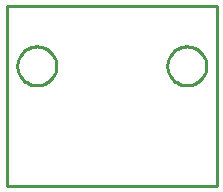
<source format=gbr>
G04 EAGLE Gerber RS-274X export*
G75*
%MOMM*%
%FSLAX34Y34*%
%LPD*%
%IN*%
%IPPOS*%
%AMOC8*
5,1,8,0,0,1.08239X$1,22.5*%
G01*
%ADD10C,0.254000*%


D10*
X0Y0D02*
X177800Y0D01*
X177800Y152400D01*
X0Y152400D01*
X0Y0D01*
X41910Y101060D02*
X41839Y99981D01*
X41698Y98909D01*
X41487Y97849D01*
X41208Y96805D01*
X40860Y95781D01*
X40446Y94783D01*
X39968Y93813D01*
X39428Y92877D01*
X38827Y91978D01*
X38169Y91121D01*
X37457Y90308D01*
X36692Y89544D01*
X35879Y88831D01*
X35022Y88173D01*
X34123Y87572D01*
X33187Y87032D01*
X32217Y86554D01*
X31219Y86140D01*
X30195Y85792D01*
X29151Y85513D01*
X28091Y85302D01*
X27019Y85161D01*
X25940Y85090D01*
X24860Y85090D01*
X23781Y85161D01*
X22709Y85302D01*
X21649Y85513D01*
X20605Y85792D01*
X19581Y86140D01*
X18583Y86554D01*
X17613Y87032D01*
X16677Y87572D01*
X15778Y88173D01*
X14921Y88831D01*
X14108Y89544D01*
X13344Y90308D01*
X12631Y91121D01*
X11973Y91978D01*
X11372Y92877D01*
X10832Y93813D01*
X10354Y94783D01*
X9940Y95781D01*
X9592Y96805D01*
X9313Y97849D01*
X9102Y98909D01*
X8961Y99981D01*
X8890Y101060D01*
X8890Y102140D01*
X8961Y103219D01*
X9102Y104291D01*
X9313Y105351D01*
X9592Y106395D01*
X9940Y107419D01*
X10354Y108417D01*
X10832Y109387D01*
X11372Y110323D01*
X11973Y111222D01*
X12631Y112079D01*
X13344Y112892D01*
X14108Y113657D01*
X14921Y114369D01*
X15778Y115027D01*
X16677Y115628D01*
X17613Y116168D01*
X18583Y116646D01*
X19581Y117060D01*
X20605Y117408D01*
X21649Y117687D01*
X22709Y117898D01*
X23781Y118039D01*
X24860Y118110D01*
X25940Y118110D01*
X27019Y118039D01*
X28091Y117898D01*
X29151Y117687D01*
X30195Y117408D01*
X31219Y117060D01*
X32217Y116646D01*
X33187Y116168D01*
X34123Y115628D01*
X35022Y115027D01*
X35879Y114369D01*
X36692Y113657D01*
X37457Y112892D01*
X38169Y112079D01*
X38827Y111222D01*
X39428Y110323D01*
X39968Y109387D01*
X40446Y108417D01*
X40860Y107419D01*
X41208Y106395D01*
X41487Y105351D01*
X41698Y104291D01*
X41839Y103219D01*
X41910Y102140D01*
X41910Y101060D01*
X168910Y101060D02*
X168839Y99981D01*
X168698Y98909D01*
X168487Y97849D01*
X168208Y96805D01*
X167860Y95781D01*
X167446Y94783D01*
X166968Y93813D01*
X166428Y92877D01*
X165827Y91978D01*
X165169Y91121D01*
X164457Y90308D01*
X163692Y89544D01*
X162879Y88831D01*
X162022Y88173D01*
X161123Y87572D01*
X160187Y87032D01*
X159217Y86554D01*
X158219Y86140D01*
X157195Y85792D01*
X156151Y85513D01*
X155091Y85302D01*
X154019Y85161D01*
X152940Y85090D01*
X151860Y85090D01*
X150781Y85161D01*
X149709Y85302D01*
X148649Y85513D01*
X147605Y85792D01*
X146581Y86140D01*
X145583Y86554D01*
X144613Y87032D01*
X143677Y87572D01*
X142778Y88173D01*
X141921Y88831D01*
X141108Y89544D01*
X140344Y90308D01*
X139631Y91121D01*
X138973Y91978D01*
X138372Y92877D01*
X137832Y93813D01*
X137354Y94783D01*
X136940Y95781D01*
X136592Y96805D01*
X136313Y97849D01*
X136102Y98909D01*
X135961Y99981D01*
X135890Y101060D01*
X135890Y102140D01*
X135961Y103219D01*
X136102Y104291D01*
X136313Y105351D01*
X136592Y106395D01*
X136940Y107419D01*
X137354Y108417D01*
X137832Y109387D01*
X138372Y110323D01*
X138973Y111222D01*
X139631Y112079D01*
X140344Y112892D01*
X141108Y113657D01*
X141921Y114369D01*
X142778Y115027D01*
X143677Y115628D01*
X144613Y116168D01*
X145583Y116646D01*
X146581Y117060D01*
X147605Y117408D01*
X148649Y117687D01*
X149709Y117898D01*
X150781Y118039D01*
X151860Y118110D01*
X152940Y118110D01*
X154019Y118039D01*
X155091Y117898D01*
X156151Y117687D01*
X157195Y117408D01*
X158219Y117060D01*
X159217Y116646D01*
X160187Y116168D01*
X161123Y115628D01*
X162022Y115027D01*
X162879Y114369D01*
X163692Y113657D01*
X164457Y112892D01*
X165169Y112079D01*
X165827Y111222D01*
X166428Y110323D01*
X166968Y109387D01*
X167446Y108417D01*
X167860Y107419D01*
X168208Y106395D01*
X168487Y105351D01*
X168698Y104291D01*
X168839Y103219D01*
X168910Y102140D01*
X168910Y101060D01*
M02*

</source>
